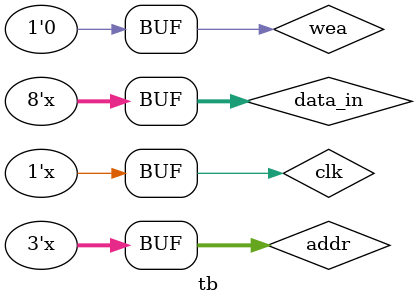
<source format=v>
`timescale 1ns / 1ps


module tb;

reg clk=0;           
reg wea;           
reg [2:0] addr;    
reg [7:0]data_in;  
wire [7:0]data_out;
wire [8:0]sum;

top dut (
clk,          
wea,          
addr,   
data_in, 
data_out,
sum);

always 
#2 clk = !clk;

initial
begin
wea = 1'b1; addr = 3'd0; data_in = 8'd7;

#4
wea = 1'b1; addr = 3'd1; data_in = 8'd3;
#4
wea = 1'b1; addr = 3'd2; data_in = 8'd1;
#4
wea=1'b0; addr=3'dx; data_in=8'dx;

end


endmodule

</source>
